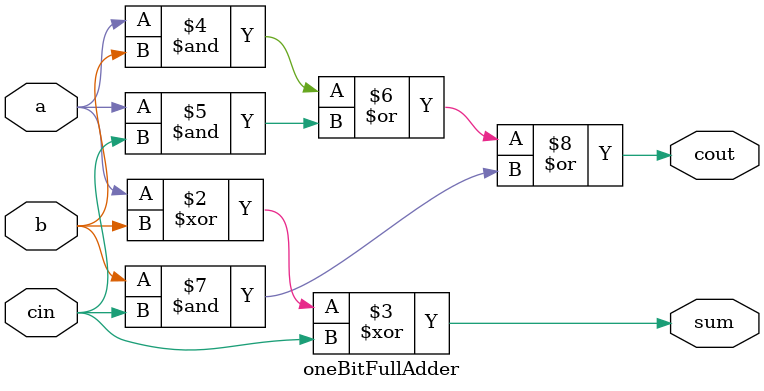
<source format=v>

module oneBitFullAdder(a, b, cin, sum, cout);
	input a;
    input b;
    input cin;

	output sum;
    output cout;

	reg sum;
    reg cout;
	
	// always block: triggered by sensitivity list (a,b,c)
	// sum <- bitwise xor a,b,cin (nonblocking assignment delay of 2 time units)
	// cout <- calculates the carry out bit (nonblocking assignment delay of 2 time units)
	always @(a or b or cin) begin  
		sum = #2 a ^ b ^ cin; 
		cout = #2 (a & b) | (a & cin) | (b & cin); 
	end

endmodule

</source>
